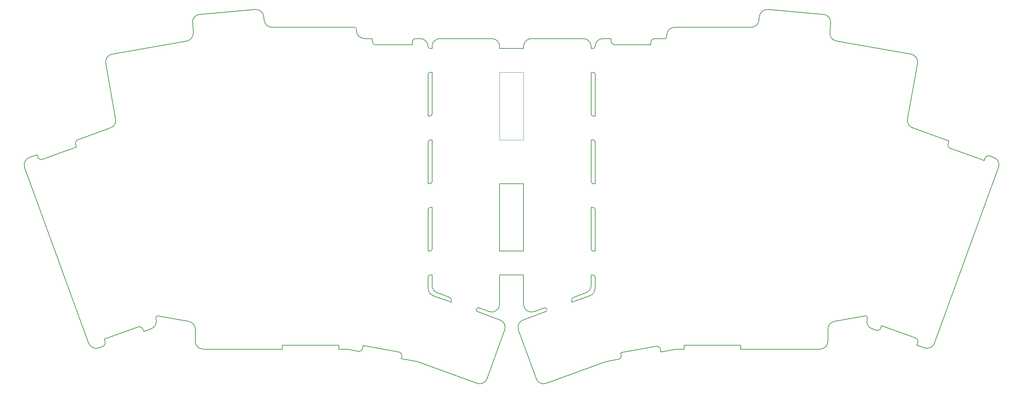
<source format=gbr>
%TF.GenerationSoftware,KiCad,Pcbnew,(6.0.5)*%
%TF.CreationDate,2022-05-11T11:26:58+00:00*%
%TF.ProjectId,ursus-arctos,75727375-732d-4617-9263-746f732e6b69,v1.0.0*%
%TF.SameCoordinates,Original*%
%TF.FileFunction,Profile,NP*%
%FSLAX46Y46*%
G04 Gerber Fmt 4.6, Leading zero omitted, Abs format (unit mm)*
G04 Created by KiCad (PCBNEW (6.0.5)) date 2022-05-11 11:26:58*
%MOMM*%
%LPD*%
G01*
G04 APERTURE LIST*
%TA.AperFunction,Profile*%
%ADD10C,0.150000*%
%TD*%
%TA.AperFunction,Profile*%
%ADD11C,0.050000*%
%TD*%
G04 APERTURE END LIST*
D10*
X-11900000Y-9666666D02*
X8000000Y-9666666D01*
X12139426Y67890787D02*
X30893641Y64583913D01*
X31981219Y-6804933D02*
X23523985Y-3726752D01*
X-158345712Y-1318221D02*
G75*
G03*
X-158902404Y-1981749I-86788J-492479D01*
G01*
X-93109035Y-12852177D02*
G75*
G03*
X-93445780Y-12761949I-683765J-1878423D01*
G01*
X-49000000Y66000000D02*
G75*
G03*
X-48500000Y66500000I100J499900D01*
G01*
X34253066Y-9334498D02*
G75*
G03*
X36816490Y-8139157I684034J1879398D01*
G01*
X-103500000Y66900000D02*
X-94500000Y66900000D01*
X-162181932Y-4666432D02*
G75*
G03*
X-163463679Y-4068772I-939668J-341968D01*
G01*
X-110827681Y-9697051D02*
X-108045577Y-10187611D01*
X-54359960Y2156381D02*
X-49815960Y3810261D01*
X-42065146Y-10522048D02*
X-41960957Y-11112933D01*
X-90000000Y49000000D02*
G75*
G03*
X-89500000Y49500000I100J499900D01*
G01*
X-161976753Y-5230260D02*
X-162181965Y-4666444D01*
X-42772127Y-12271325D02*
G75*
G03*
X-41960957Y-11112932I-173673J984825D01*
G01*
X-149000023Y-4644440D02*
G75*
G03*
X-150652704Y-2674824I-2000077J-60D01*
G01*
X-49500000Y32500000D02*
G75*
G03*
X-49000000Y32000000I500000J0D01*
G01*
X-90500000Y49000000D02*
X-90500000Y59500000D01*
X-129706528Y71333334D02*
X-109000000Y71333334D01*
X-26100000Y-8666666D02*
X-26100000Y-9666666D01*
X-66575964Y-2289881D02*
X-60937511Y-237652D01*
X49269474Y37770354D02*
X49474687Y38334170D01*
X-108045585Y-10187656D02*
G75*
G03*
X-106887121Y-9376451I173685J984756D01*
G01*
X11652700Y-2674802D02*
G75*
G03*
X10000001Y-4644440I347400J-1969698D01*
G01*
X-178480085Y43036077D02*
G75*
G03*
X-179077761Y41754371I341985J-939677D01*
G01*
X31326509Y46003744D02*
X40419780Y42694064D01*
X-48500000Y8500000D02*
G75*
G03*
X-49000000Y9000000I-500000J0D01*
G01*
X-49500000Y49500000D02*
X-49500000Y60000000D01*
X21097368Y-4546220D02*
X22037061Y-4888240D01*
X-163463678Y-4068772D02*
X-171920912Y-7146953D01*
X-188611511Y38710041D02*
G75*
G03*
X-187329782Y38112374I939711J342059D01*
G01*
X-112900000Y-9666666D02*
X-111174977Y-9666666D01*
X-5061448Y75810742D02*
G75*
G03*
X-7228150Y73992662I-174352J-1992342D01*
G01*
X-66500095Y1658241D02*
G75*
G03*
X-63815960Y-221144I1999995J-41D01*
G01*
X-72500000Y1658241D02*
X-72500000Y9000000D01*
X23523985Y-3726752D02*
X23318773Y-4290567D01*
X-75674953Y-17069311D02*
X-71228691Y-4853307D01*
X-178480088Y43036084D02*
X-170326509Y46003744D01*
X-93109036Y-12852179D02*
X-78238378Y-18264656D01*
X-11900000Y-8666666D02*
X-26100000Y-8666666D01*
X-160097367Y-4546223D02*
G75*
G03*
X-158902022Y-1982794I-684033J1879383D01*
G01*
X-90500000Y66500000D02*
G75*
G03*
X-90000000Y66000000I500000J0D01*
G01*
X-46500000Y68500000D02*
G75*
G03*
X-48500000Y66500000I100J-2000100D01*
G01*
X-90000000Y49000000D02*
X-90500000Y49000000D01*
X-46500000Y68500000D02*
X-44500000Y68500000D01*
X8885278Y74590559D02*
X-5061448Y75810740D01*
X-90500000Y5689646D02*
X-90500000Y8500000D01*
X22037059Y-4888247D02*
G75*
G03*
X23318774Y-4290567I342041J939647D01*
G01*
X-108499966Y70833334D02*
G75*
G03*
X-109000000Y71333334I-500134J-134D01*
G01*
X32578861Y-8086635D02*
G75*
G03*
X31981219Y-6804934I-939661J342035D01*
G01*
X-89500000Y43000000D02*
X-89500000Y32500000D01*
X-49500000Y32500000D02*
X-49500000Y43000000D01*
X-49815945Y3810220D02*
G75*
G03*
X-48500000Y5689646I-684055J1879380D01*
G01*
X-33500000Y68500000D02*
G75*
G03*
X-34500000Y67500000I100J-1000100D01*
G01*
X-108500000Y70500000D02*
G75*
G03*
X-106500000Y68500000I2000000J0D01*
G01*
X-49500000Y49500000D02*
G75*
G03*
X-49000000Y49000000I500000J0D01*
G01*
X-131698958Y73159018D02*
G75*
G03*
X-129706527Y71333334I1992358J174282D01*
G01*
X-149703356Y72423858D02*
X-149494333Y70034714D01*
X-48500000Y15000000D02*
X-49000000Y15000000D01*
X-44500000Y68500000D02*
X-44500000Y67900000D01*
X10000000Y-4644440D02*
X10000000Y-7666666D01*
X-43500000Y66900000D02*
X-34500000Y66900000D01*
X-84640020Y2156374D02*
G75*
G03*
X-85237713Y3438094I-939680J342026D01*
G01*
X-190696094Y38589827D02*
G75*
G03*
X-191891437Y36026397I684044J-1879387D01*
G01*
X-89500015Y6389854D02*
G75*
G03*
X-88184040Y4510469I1999915J-54D01*
G01*
X-63325012Y-17069298D02*
G75*
G03*
X-60761622Y-18264656I1879412J684098D01*
G01*
X30040933Y48230426D02*
X32515960Y62267001D01*
X-104500000Y68500000D02*
X-104500000Y67900000D01*
X-78238391Y-18264691D02*
G75*
G03*
X-75674953Y-17069311I683991J1879491D01*
G01*
X-72500000Y9000000D02*
X-66500000Y9000000D01*
X-93500000Y68500000D02*
G75*
G03*
X-94500000Y67500000I100J-1000100D01*
G01*
X-190696092Y38589822D02*
X-188816707Y39273862D01*
X-171515960Y62267001D02*
X-169040933Y48230426D01*
X-169893634Y64583872D02*
G75*
G03*
X-171515960Y62267002I347234J-1969572D01*
G01*
X32373679Y-8650461D02*
X32578891Y-8086646D01*
X-49500000Y9000000D02*
X-49000000Y9000000D01*
X-97212691Y-12097741D02*
X-97108503Y-11506856D01*
X-67771309Y-4853307D02*
X-63325047Y-17069311D01*
X-131771762Y73992670D02*
G75*
G03*
X-133938552Y75810739I-1992438J-174370D01*
G01*
X-61279828Y701932D02*
X-63815960Y-221144D01*
X-48500000Y59500000D02*
G75*
G03*
X-49000000Y60000000I-500000J0D01*
G01*
X-171920912Y-7146953D02*
X-171715700Y-7710769D01*
X-50815943Y4510421D02*
G75*
G03*
X-49500000Y6389854I-684057J1879379D01*
G01*
X-90000000Y26000000D02*
X-89500000Y26000000D01*
X-34500000Y66900000D02*
X-34500000Y67500000D01*
X-27825023Y-9666666D02*
X-26100000Y-9666666D01*
X-110827681Y-9697051D02*
G75*
G03*
X-111174977Y-9666667I-347219J-1968749D01*
G01*
X-161976753Y-5230260D02*
X-160097368Y-4546220D01*
X-72500000Y66000000D02*
X-72500000Y66500000D01*
X-48500000Y25500000D02*
G75*
G03*
X-49000000Y26000000I-500000J0D01*
G01*
X-49500000Y66500000D02*
G75*
G03*
X-51500000Y68500000I-2000000J0D01*
G01*
X-90500000Y15000000D02*
X-90500000Y25500000D01*
X-90000000Y32000000D02*
X-90500000Y32000000D01*
X-51500000Y68500000D02*
X-64500000Y68500000D01*
X-49000000Y66000000D02*
X-49500000Y66000000D01*
X-44500000Y67900000D02*
G75*
G03*
X-43500000Y66900000I1000000J0D01*
G01*
X-60761622Y-18264656D02*
X-45890964Y-12852179D01*
X-90000000Y15000000D02*
X-90500000Y15000000D01*
X-85237713Y3438093D02*
X-88184040Y4510469D01*
X-48500000Y15000000D02*
X-48500000Y25500000D01*
X-147000000Y-9666666D02*
X-127100000Y-9666666D01*
X32516002Y62266994D02*
G75*
G03*
X30893642Y64583913I-1969602J347306D01*
G01*
X-178872548Y41190555D02*
X-179077760Y41754371D01*
X50756399Y38931842D02*
X51696092Y38589822D01*
X-97108504Y-11506856D02*
G75*
G03*
X-97919662Y-10348401I-984796J173656D01*
G01*
X-90000000Y26000000D02*
G75*
G03*
X-90500000Y25500000I100J-500100D01*
G01*
X36816490Y-8139157D02*
X52891437Y36026397D01*
X-90000000Y60000000D02*
X-89500000Y60000000D01*
X-66500000Y9000000D02*
X-66500000Y1658241D01*
X-151139429Y67890801D02*
G75*
G03*
X-149494332Y70034714I-347271J1969599D01*
G01*
X-94500000Y66900000D02*
X-94500000Y67500000D01*
X-89500000Y26000000D02*
X-89500000Y15500000D01*
X-31939231Y-10361259D02*
X-32043420Y-9770374D01*
X-66500000Y66000000D02*
X-72500000Y66000000D01*
X-89500000Y60000000D02*
X-89500000Y49500000D01*
X-90000000Y15000000D02*
G75*
G03*
X-89500000Y15500000I100J499900D01*
G01*
X32373679Y-8650461D02*
X34253065Y-9334502D01*
X-53762256Y3438009D02*
G75*
G03*
X-54359959Y2156381I342056J-939709D01*
G01*
X-50815960Y4510469D02*
X-53762287Y3438093D01*
X-191891437Y36026397D02*
X-175816490Y-8139157D01*
X-27825023Y-9666664D02*
G75*
G03*
X-28172319Y-9697050I23J-2000136D01*
G01*
X10494318Y70034715D02*
G75*
G03*
X12139426Y67890788I1992382J-174315D01*
G01*
X-48500000Y5689646D02*
X-48500000Y8500000D01*
X-71228665Y-4853317D02*
G75*
G03*
X-72424036Y-2289882I-1879435J684017D01*
G01*
X-175816494Y-8139158D02*
G75*
G03*
X-173253065Y-9334502I1879394J684058D01*
G01*
X-131698917Y73159022D02*
X-131771851Y73992662D01*
X-89500000Y9000000D02*
X-89500000Y6389854D01*
X-31939231Y-10361259D02*
X-28172319Y-9697051D01*
X-28500000Y71333334D02*
X-9293472Y71333334D01*
X-49500000Y26000000D02*
X-49000000Y26000000D01*
X-49500000Y43000000D02*
X-49000000Y43000000D01*
X-112900000Y-9666666D02*
X-112900000Y-8666666D01*
X40419780Y42694064D02*
X40214568Y42130248D01*
X19902034Y-1982798D02*
G75*
G03*
X21097368Y-4546219I1879466J-684002D01*
G01*
X52891452Y36026391D02*
G75*
G03*
X51696092Y38589822I-1879452J684009D01*
G01*
D11*
X-72500000Y43000000D02*
X-66500000Y43000000D01*
X-66500000Y43000000D02*
X-66500000Y60000000D01*
X-66500000Y60000000D02*
X-72500000Y60000000D01*
X-72500000Y60000000D02*
X-72500000Y43000000D01*
D10*
X-93500000Y68500000D02*
X-92500000Y68500000D01*
X-173253065Y-9334502D02*
X-172313372Y-8992482D01*
X-127100000Y-8666666D02*
X-127100000Y-9666666D01*
X8000000Y-9666700D02*
G75*
G03*
X10000000Y-7666666I0J2000000D01*
G01*
X-97919662Y-10348400D02*
X-106782932Y-8785567D01*
X40214568Y42130248D02*
G75*
G03*
X40812241Y40848535I939632J-342048D01*
G01*
X-148999966Y-7666666D02*
G75*
G03*
X-147000000Y-9666666I1999866J-134D01*
G01*
X-75184053Y-221181D02*
G75*
G03*
X-72500000Y1658241I684053J1879381D01*
G01*
X-112900000Y-8666666D02*
X-127100000Y-8666666D01*
X-48500000Y49000000D02*
X-49000000Y49000000D01*
X-97212691Y-12097741D02*
X-93445779Y-12761949D01*
X30040933Y48230426D02*
G75*
G03*
X31326508Y46003743I1969567J-347326D01*
G01*
X-90000000Y43000000D02*
G75*
G03*
X-90500000Y42500000I100J-500100D01*
G01*
X-90000000Y60000000D02*
G75*
G03*
X-90500000Y59500000I100J-500100D01*
G01*
X19902398Y-1981748D02*
G75*
G03*
X19345733Y-1318336I-469798J171048D01*
G01*
X-60937510Y-237655D02*
G75*
G03*
X-61279234Y702148I-170990J469855D01*
G01*
X-90500000Y66500000D02*
G75*
G03*
X-92500000Y68500000I-2000000J0D01*
G01*
X-149000000Y-7666666D02*
X-149000000Y-4644440D01*
X-28500000Y71333300D02*
G75*
G03*
X-30500000Y69333334I0J-2000000D01*
G01*
X10703355Y72423858D02*
G75*
G03*
X8885278Y74590560I-1992355J174342D01*
G01*
X-87500000Y68500000D02*
G75*
G03*
X-89500000Y66500000I100J-2000100D01*
G01*
X-49500000Y66000000D02*
X-49500000Y66500000D01*
X-133938552Y75810740D02*
X-147885278Y74590559D01*
X-49500000Y60000000D02*
X-49000000Y60000000D01*
X-187329782Y38112374D02*
X-178872548Y41190555D01*
X-106782932Y-8785567D02*
X-106887121Y-9376451D01*
X-9293472Y71333367D02*
G75*
G03*
X-7301083Y73159023I-28J2000033D01*
G01*
X10494333Y70034714D02*
X10703356Y72423858D01*
X-170326506Y46003739D02*
G75*
G03*
X-169040934Y48230426I-684054J1879391D01*
G01*
X-104500000Y67900000D02*
G75*
G03*
X-103500000Y66900000I1000000J0D01*
G01*
X-147885278Y74590561D02*
G75*
G03*
X-149703355Y72423858I174338J-1992411D01*
G01*
X50756398Y38931839D02*
G75*
G03*
X49474687Y38334170I-341998J-939739D01*
G01*
X-33500000Y68500000D02*
X-31000000Y68500000D01*
X-150652704Y-2674825D02*
X-158345732Y-1318336D01*
X-45554221Y-12761949D02*
G75*
G03*
X-45890965Y-12852179I347521J-1970451D01*
G01*
X-90000000Y43000000D02*
X-89500000Y43000000D01*
X-7228149Y73992662D02*
X-7301083Y73159022D01*
X-188816707Y39273862D02*
X-188611495Y38710047D01*
X-90500022Y5689646D02*
G75*
G03*
X-89184040Y3810261I1999922J-46D01*
G01*
X-172313365Y-8992500D02*
G75*
G03*
X-171715699Y-7710769I-342035J939700D01*
G01*
X-49500000Y15500000D02*
G75*
G03*
X-49000000Y15000000I500000J0D01*
G01*
X-72500000Y32000000D02*
X-66500000Y32000000D01*
X-66500000Y32000000D02*
X-66500000Y15000000D01*
X-66500000Y15000000D02*
X-72500000Y15000000D01*
X-72500000Y15000000D02*
X-72500000Y32000000D01*
X-108500000Y70500000D02*
X-108500000Y70833334D01*
X40812241Y40848535D02*
X49269474Y37770354D01*
X-89500000Y66000000D02*
X-90000000Y66000000D01*
X-33201876Y-8959215D02*
X-42065146Y-10522048D01*
X-90500000Y32000000D02*
X-90500000Y42500000D01*
X-64500000Y68500000D02*
G75*
G03*
X-66500000Y66500000I100J-2000100D01*
G01*
X-48500000Y32000000D02*
X-48500000Y42500000D01*
X-32043406Y-9770372D02*
G75*
G03*
X-33201877Y-8959215I-984794J-173628D01*
G01*
X-11900000Y-9666666D02*
X-11900000Y-8666666D01*
X-78062192Y-237760D02*
X-72424036Y-2289881D01*
X-90000000Y9000000D02*
G75*
G03*
X-90500000Y8500000I100J-500100D01*
G01*
X-49500000Y15500000D02*
X-49500000Y26000000D01*
X-75184040Y-221144D02*
X-77720469Y702040D01*
X-45554221Y-12761949D02*
X-42772116Y-12271389D01*
X-89184040Y3810261D02*
X-84640040Y2156381D01*
X-74500000Y68500000D02*
X-87500000Y68500000D01*
X-48500000Y32000000D02*
X-49000000Y32000000D01*
X-66500000Y66500000D02*
X-66500000Y66000000D01*
X-48500000Y49000000D02*
X-48500000Y59500000D01*
X-49500000Y6389854D02*
X-49500000Y9000000D01*
X-77720446Y702102D02*
G75*
G03*
X-78062786Y-237544I-170954J-469902D01*
G01*
X-89500000Y66500000D02*
X-89500000Y66000000D01*
X-90000000Y9000000D02*
X-89500000Y9000000D01*
X-106500000Y68500000D02*
X-104500000Y68500000D01*
X-66575978Y-2289843D02*
G75*
G03*
X-67771310Y-4853307I683978J-1879357D01*
G01*
X-30500000Y69333334D02*
X-30500000Y69000000D01*
X-31000000Y68500000D02*
G75*
G03*
X-30500000Y69000000I100J499900D01*
G01*
X19345732Y-1318336D02*
X11652704Y-2674825D01*
X-48500000Y42500000D02*
G75*
G03*
X-49000000Y43000000I-500000J0D01*
G01*
X-169893641Y64583913D02*
X-151139426Y67890787D01*
X-90000000Y32000000D02*
G75*
G03*
X-89500000Y32500000I100J499900D01*
G01*
X-72500000Y66500000D02*
G75*
G03*
X-74500000Y68500000I-2000000J0D01*
G01*
M02*

</source>
